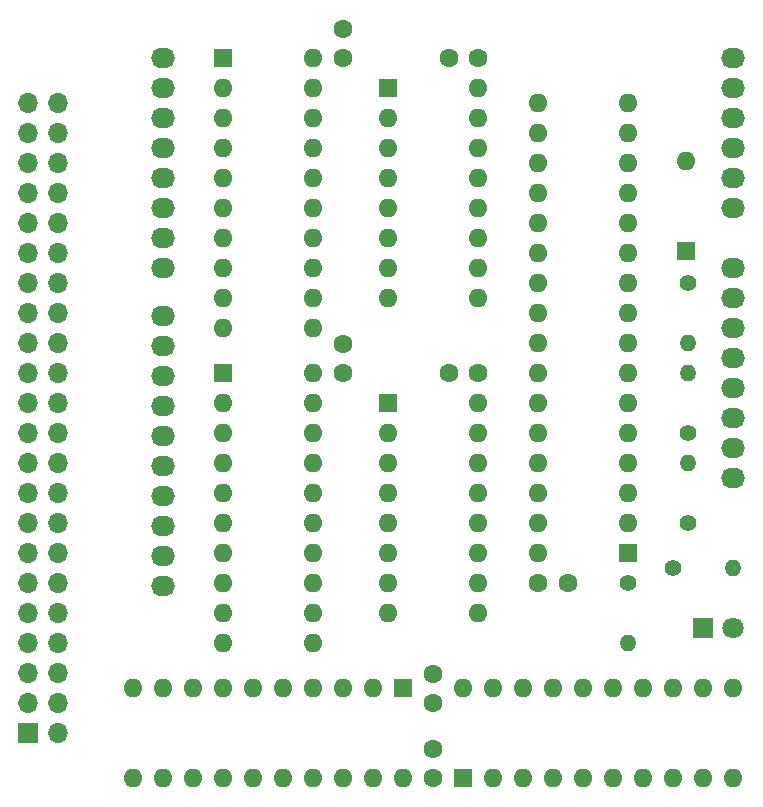
<source format=gts>
G04 #@! TF.GenerationSoftware,KiCad,Pcbnew,(6.0.5)*
G04 #@! TF.CreationDate,2022-06-29T15:53:13+12:00*
G04 #@! TF.ProjectId,APEDSK-AU,41504544-534b-42d4-9155-2e6b69636164,rev?*
G04 #@! TF.SameCoordinates,Original*
G04 #@! TF.FileFunction,Soldermask,Top*
G04 #@! TF.FilePolarity,Negative*
%FSLAX46Y46*%
G04 Gerber Fmt 4.6, Leading zero omitted, Abs format (unit mm)*
G04 Created by KiCad (PCBNEW (6.0.5)) date 2022-06-29 15:53:13*
%MOMM*%
%LPD*%
G01*
G04 APERTURE LIST*
%ADD10O,2.032000X1.727200*%
%ADD11C,1.600000*%
%ADD12R,1.800000X1.800000*%
%ADD13C,1.800000*%
%ADD14C,1.400000*%
%ADD15O,1.400000X1.400000*%
%ADD16R,1.600000X1.600000*%
%ADD17O,1.600000X1.600000*%
%ADD18R,1.700000X1.700000*%
%ADD19O,1.700000X1.700000*%
G04 APERTURE END LIST*
D10*
X171958000Y-108585000D03*
X171958000Y-106045000D03*
X171958000Y-103505000D03*
X171958000Y-100965000D03*
X171958000Y-98425000D03*
X171958000Y-95885000D03*
X171958000Y-93345000D03*
X171958000Y-90805000D03*
X171958000Y-85725000D03*
X171958000Y-83185000D03*
X171958000Y-80645000D03*
X171958000Y-78105000D03*
X171958000Y-75565000D03*
X171958000Y-73025000D03*
X123698000Y-117729000D03*
X123698000Y-115189000D03*
X123698000Y-112649000D03*
X123698000Y-110109000D03*
X123698000Y-107569000D03*
X123698000Y-105029000D03*
X123698000Y-102489000D03*
X123698000Y-99949000D03*
X123698000Y-97409000D03*
X123698000Y-94869000D03*
X123698000Y-90805000D03*
X123698000Y-88265000D03*
X123698000Y-85725000D03*
X123698000Y-83185000D03*
X123698000Y-80645000D03*
X123698000Y-78105000D03*
X123698000Y-75565000D03*
X123698000Y-73025000D03*
D11*
X138938000Y-99695000D03*
X138938000Y-97195000D03*
D12*
X169418000Y-121285000D03*
D13*
X171958000Y-121285000D03*
D14*
X168148000Y-92075000D03*
D15*
X168148000Y-97155000D03*
D14*
X168148000Y-112395000D03*
D15*
X168148000Y-107315000D03*
D14*
X166878000Y-116205000D03*
D15*
X171958000Y-116205000D03*
D11*
X146558000Y-133985000D03*
X146558000Y-131485000D03*
D16*
X144018000Y-126365000D03*
D17*
X141478000Y-126365000D03*
X138938000Y-126365000D03*
X136398000Y-126365000D03*
X133858000Y-126365000D03*
X131318000Y-126365000D03*
X128778000Y-126365000D03*
X126238000Y-126365000D03*
X123698000Y-126365000D03*
X121158000Y-126365000D03*
X121158000Y-133985000D03*
X123698000Y-133985000D03*
X126238000Y-133985000D03*
X128778000Y-133985000D03*
X131318000Y-133985000D03*
X133858000Y-133985000D03*
X136398000Y-133985000D03*
X138938000Y-133985000D03*
X141478000Y-133985000D03*
X144018000Y-133985000D03*
D11*
X146558000Y-127635000D03*
X146558000Y-125135000D03*
D14*
X168148000Y-104775000D03*
D15*
X168148000Y-99695000D03*
D14*
X163068000Y-117475000D03*
D15*
X163068000Y-122555000D03*
D16*
X149098000Y-133985000D03*
D17*
X151638000Y-133985000D03*
X154178000Y-133985000D03*
X156718000Y-133985000D03*
X159258000Y-133985000D03*
X161798000Y-133985000D03*
X164338000Y-133985000D03*
X166878000Y-133985000D03*
X169418000Y-133985000D03*
X171958000Y-133985000D03*
X171958000Y-126365000D03*
X169418000Y-126365000D03*
X166878000Y-126365000D03*
X164338000Y-126365000D03*
X161798000Y-126365000D03*
X159258000Y-126365000D03*
X156718000Y-126365000D03*
X154178000Y-126365000D03*
X151638000Y-126365000D03*
X149098000Y-126365000D03*
D16*
X163068000Y-114935000D03*
D17*
X163068000Y-112395000D03*
X163068000Y-109855000D03*
X163068000Y-107315000D03*
X163068000Y-104775000D03*
X163068000Y-102235000D03*
X163068000Y-99695000D03*
X163068000Y-97155000D03*
X163068000Y-94615000D03*
X163068000Y-92075000D03*
X163068000Y-89535000D03*
X163068000Y-86995000D03*
X163068000Y-84455000D03*
X163068000Y-81915000D03*
X163068000Y-79375000D03*
X163068000Y-76835000D03*
X155448000Y-76835000D03*
X155448000Y-79375000D03*
X155448000Y-81915000D03*
X155448000Y-84455000D03*
X155448000Y-86995000D03*
X155448000Y-89535000D03*
X155448000Y-92075000D03*
X155448000Y-94615000D03*
X155448000Y-97155000D03*
X155448000Y-99695000D03*
X155448000Y-102235000D03*
X155448000Y-104775000D03*
X155448000Y-107315000D03*
X155448000Y-109855000D03*
X155448000Y-112395000D03*
X155448000Y-114935000D03*
D11*
X138938000Y-73025000D03*
X138938000Y-70525000D03*
D16*
X128778000Y-73025000D03*
D17*
X128778000Y-75565000D03*
X128778000Y-78105000D03*
X128778000Y-80645000D03*
X128778000Y-83185000D03*
X128778000Y-85725000D03*
X128778000Y-88265000D03*
X128778000Y-90805000D03*
X128778000Y-93345000D03*
X128778000Y-95885000D03*
X136398000Y-95885000D03*
X136398000Y-93345000D03*
X136398000Y-90805000D03*
X136398000Y-88265000D03*
X136398000Y-85725000D03*
X136398000Y-83185000D03*
X136398000Y-80645000D03*
X136398000Y-78105000D03*
X136398000Y-75565000D03*
X136398000Y-73025000D03*
D16*
X128778000Y-99695000D03*
D17*
X128778000Y-102235000D03*
X128778000Y-104775000D03*
X128778000Y-107315000D03*
X128778000Y-109855000D03*
X128778000Y-112395000D03*
X128778000Y-114935000D03*
X128778000Y-117475000D03*
X128778000Y-120015000D03*
X128778000Y-122555000D03*
X136398000Y-122555000D03*
X136398000Y-120015000D03*
X136398000Y-117475000D03*
X136398000Y-114935000D03*
X136398000Y-112395000D03*
X136398000Y-109855000D03*
X136398000Y-107315000D03*
X136398000Y-104775000D03*
X136398000Y-102235000D03*
X136398000Y-99695000D03*
D16*
X142748000Y-102235000D03*
D17*
X142748000Y-104775000D03*
X142748000Y-107315000D03*
X142748000Y-109855000D03*
X142748000Y-112395000D03*
X142748000Y-114935000D03*
X142748000Y-117475000D03*
X142748000Y-120015000D03*
X150368000Y-120015000D03*
X150368000Y-117475000D03*
X150368000Y-114935000D03*
X150368000Y-112395000D03*
X150368000Y-109855000D03*
X150368000Y-107315000D03*
X150368000Y-104775000D03*
X150368000Y-102235000D03*
D11*
X150368000Y-73025000D03*
X147868000Y-73025000D03*
D16*
X142748000Y-75565000D03*
D17*
X142748000Y-78105000D03*
X142748000Y-80645000D03*
X142748000Y-83185000D03*
X142748000Y-85725000D03*
X142748000Y-88265000D03*
X142748000Y-90805000D03*
X142748000Y-93345000D03*
X150368000Y-93345000D03*
X150368000Y-90805000D03*
X150368000Y-88265000D03*
X150368000Y-85725000D03*
X150368000Y-83185000D03*
X150368000Y-80645000D03*
X150368000Y-78105000D03*
X150368000Y-75565000D03*
D11*
X150368000Y-99695000D03*
X147868000Y-99695000D03*
X155448000Y-117475000D03*
X157948000Y-117475000D03*
D16*
X167998000Y-89365000D03*
D17*
X167998000Y-81745000D03*
D18*
X112268000Y-130175000D03*
D19*
X114808000Y-130175000D03*
X112268000Y-127635000D03*
X114808000Y-127635000D03*
X112268000Y-125095000D03*
X114808000Y-125095000D03*
X112268000Y-122555000D03*
X114808000Y-122555000D03*
X112268000Y-120015000D03*
X114808000Y-120015000D03*
X112268000Y-117475000D03*
X114808000Y-117475000D03*
X112268000Y-114935000D03*
X114808000Y-114935000D03*
X112268000Y-112395000D03*
X114808000Y-112395000D03*
X112268000Y-109855000D03*
X114808000Y-109855000D03*
X112268000Y-107315000D03*
X114808000Y-107315000D03*
X112268000Y-104775000D03*
X114808000Y-104775000D03*
X112268000Y-102235000D03*
X114808000Y-102235000D03*
X112268000Y-99695000D03*
X114808000Y-99695000D03*
X112268000Y-97155000D03*
X114808000Y-97155000D03*
X112268000Y-94615000D03*
X114808000Y-94615000D03*
X112268000Y-92075000D03*
X114808000Y-92075000D03*
X112268000Y-89535000D03*
X114808000Y-89535000D03*
X112268000Y-86995000D03*
X114808000Y-86995000D03*
X112268000Y-84455000D03*
X114808000Y-84455000D03*
X112268000Y-81915000D03*
X114808000Y-81915000D03*
X112268000Y-79375000D03*
X114808000Y-79375000D03*
X112268000Y-76835000D03*
X114808000Y-76835000D03*
M02*

</source>
